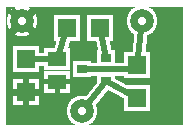
<source format=gbr>
%FSLAX34Y34*%
%MOMM*%
%LNCOPPER_TOP*%
G71*
G01*
%ADD10C, 2.600*%
%ADD11R, 2.200X1.900*%
%ADD12R, 2.200X2.200*%
%ADD13R, 1.500X1.400*%
%ADD14C, 1.100*%
%ADD15C, 0.667*%
%ADD16C, 0.433*%
%ADD17C, 0.533*%
%ADD18C, 2.000*%
%ADD19R, 1.600X1.300*%
%ADD20R, 1.600X1.600*%
%ADD21R, 0.900X0.800*%
%ADD22C, 0.500*%
%ADD23C, 0.720*%
%LPD*%
G36*
X0Y-125D02*
X150000Y-125D01*
X150000Y-100125D01*
X0Y-100125D01*
X0Y-125D01*
G37*
%LPC*%
X65088Y-88503D02*
G54D10*
D03*
X115888Y-12303D02*
G54D10*
D03*
X14287Y-12304D02*
G54D10*
D03*
X43763Y-63387D02*
G54D11*
D03*
X43762Y-44387D02*
G54D11*
D03*
X17459Y-72626D02*
G54D12*
D03*
X17459Y-44626D02*
G54D12*
D03*
X84681Y-63135D02*
G54D13*
D03*
X84681Y-43135D02*
G54D13*
D03*
X64681Y-53135D02*
G54D13*
D03*
G54D14*
X111234Y-49500D02*
X115888Y-12303D01*
G54D14*
X65088Y-88503D02*
X84750Y-62968D01*
G54D14*
X79990Y-17859D02*
X84681Y-43135D01*
G54D14*
X17459Y-44626D02*
X43762Y-44387D01*
X51990Y-17859D01*
X111234Y-49500D02*
G54D12*
D03*
X111234Y-77500D02*
G54D12*
D03*
G54D14*
X64681Y-53135D02*
X114690Y-52955D01*
X111234Y-49500D01*
X79990Y-17859D02*
G54D12*
D03*
X51990Y-17859D02*
G54D12*
D03*
G54D14*
X84681Y-63135D02*
X111234Y-77500D01*
%LPD*%
G54D15*
G36*
X11930Y-9946D02*
X21476Y-401D01*
X26190Y-5115D01*
X16644Y-14661D01*
X11930Y-9946D01*
G37*
G36*
X16644Y-9946D02*
X26190Y-19492D01*
X21476Y-24206D01*
X11930Y-14661D01*
X16644Y-9946D01*
G37*
G36*
X16644Y-14661D02*
X7098Y-24206D01*
X2384Y-19492D01*
X11930Y-9946D01*
X16644Y-14661D01*
G37*
G36*
X11930Y-14661D02*
X2384Y-5115D01*
X7098Y-401D01*
X16644Y-9946D01*
X11930Y-14661D01*
G37*
G54D16*
G36*
X43763Y-65553D02*
X32263Y-65553D01*
X32263Y-61220D01*
X43763Y-61220D01*
X43763Y-65553D01*
G37*
G36*
X43763Y-61220D02*
X55263Y-61220D01*
X55263Y-65553D01*
X43763Y-65553D01*
X43763Y-61220D01*
G37*
G36*
X45929Y-63387D02*
X45929Y-73387D01*
X41596Y-73387D01*
X41596Y-63387D01*
X45929Y-63387D01*
G37*
G54D17*
G36*
X17459Y-75293D02*
X5959Y-75293D01*
X5959Y-69960D01*
X17459Y-69960D01*
X17459Y-75293D01*
G37*
G36*
X14793Y-72626D02*
X14793Y-61126D01*
X20126Y-61126D01*
X20126Y-72626D01*
X14793Y-72626D01*
G37*
G36*
X17459Y-69960D02*
X28959Y-69960D01*
X28959Y-75293D01*
X17459Y-75293D01*
X17459Y-69960D01*
G37*
G36*
X20126Y-72626D02*
X20126Y-84126D01*
X14793Y-84126D01*
X14793Y-72626D01*
X20126Y-72626D01*
G37*
X65088Y-88503D02*
G54D18*
D03*
X115888Y-12303D02*
G54D18*
D03*
X14287Y-12304D02*
G54D18*
D03*
X43763Y-63387D02*
G54D19*
D03*
X43762Y-44387D02*
G54D19*
D03*
X17459Y-72626D02*
G54D20*
D03*
X17459Y-44626D02*
G54D20*
D03*
X84681Y-63135D02*
G54D21*
D03*
X84681Y-43135D02*
G54D21*
D03*
X64681Y-53135D02*
G54D21*
D03*
G54D22*
X111234Y-49500D02*
X115888Y-12303D01*
G54D22*
X65088Y-88503D02*
X84750Y-62968D01*
G54D22*
X79990Y-17859D02*
X84681Y-43135D01*
G54D22*
X17459Y-44626D02*
X43762Y-44387D01*
X51990Y-17859D01*
X111234Y-49500D02*
G54D20*
D03*
X111234Y-77500D02*
G54D20*
D03*
G54D22*
X64681Y-53135D02*
X114690Y-52955D01*
X111234Y-49500D01*
X79990Y-17859D02*
G54D20*
D03*
X51990Y-17859D02*
G54D20*
D03*
G54D22*
X84681Y-63135D02*
X111234Y-77500D01*
%LNAUGENFREISTANZEN*%
%LPC*%
X65088Y-88503D02*
G54D23*
D03*
X115888Y-12303D02*
G54D23*
D03*
X14287Y-12304D02*
G54D23*
D03*
M02*

</source>
